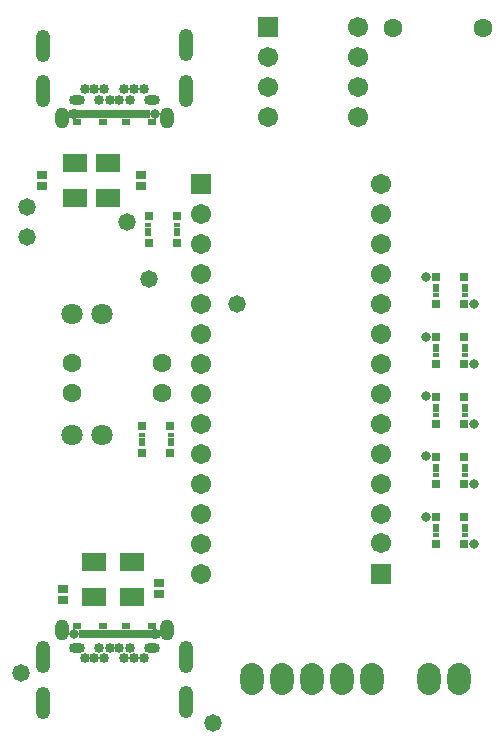
<source format=gts>
G04*
G04 #@! TF.GenerationSoftware,Altium Limited,Altium Designer,18.1.9 (240)*
G04*
G04 Layer_Color=8388736*
%FSLAX25Y25*%
%MOIN*%
G70*
G01*
G75*
%ADD16R,0.02769X0.01981*%
%ADD17R,0.02178X0.03162*%
%ADD18R,0.03320X0.03162*%
%ADD19R,0.02650X0.02769*%
%ADD20R,0.02165X0.01339*%
%ADD21R,0.07887X0.05918*%
%ADD22C,0.03359*%
%ADD23O,0.05328X0.03359*%
%ADD24O,0.04147X0.03359*%
%ADD25C,0.03162*%
%ADD26O,0.04737X0.07099*%
%ADD27O,0.04737X0.10879*%
%ADD28C,0.06700*%
%ADD29R,0.06700X0.06700*%
%ADD30C,0.06312*%
%ADD31R,0.06706X0.06706*%
%ADD32C,0.06706*%
%ADD33O,0.07690X0.10642*%
%ADD34C,0.07099*%
%ADD35C,0.05800*%
%ADD36C,0.03300*%
D16*
X387287Y378567D02*
D03*
X378626D02*
D03*
X403823D02*
D03*
X395161D02*
D03*
X395161Y210433D02*
D03*
X403823D02*
D03*
X378626D02*
D03*
X387287D02*
D03*
D17*
X402051Y381283D02*
D03*
X400083D02*
D03*
X398114D02*
D03*
X396146D02*
D03*
X394177D02*
D03*
X380398D02*
D03*
X382366D02*
D03*
X384335D02*
D03*
X386303D02*
D03*
X388272D02*
D03*
X390240D02*
D03*
X392209D02*
D03*
X380398Y207716D02*
D03*
X382366D02*
D03*
X384335D02*
D03*
X386303D02*
D03*
X388272D02*
D03*
X402051D02*
D03*
X400083D02*
D03*
X398114D02*
D03*
X396146D02*
D03*
X394177D02*
D03*
X392209D02*
D03*
X390240D02*
D03*
D18*
X367000Y360732D02*
D03*
Y357268D02*
D03*
X374000Y219268D02*
D03*
Y222732D02*
D03*
X400000Y357268D02*
D03*
Y360732D02*
D03*
X406000Y221268D02*
D03*
Y224732D02*
D03*
D19*
X498413Y326850D02*
D03*
Y317795D02*
D03*
X507823D02*
D03*
Y326850D02*
D03*
X498413Y306850D02*
D03*
Y297795D02*
D03*
X507823D02*
D03*
Y306850D02*
D03*
X498413Y286850D02*
D03*
Y277795D02*
D03*
X507823D02*
D03*
Y286850D02*
D03*
X498413Y266850D02*
D03*
Y257795D02*
D03*
X507823D02*
D03*
Y266850D02*
D03*
X498413Y246850D02*
D03*
Y237795D02*
D03*
X507823D02*
D03*
Y246850D02*
D03*
X409882Y268047D02*
D03*
Y277102D02*
D03*
X400472D02*
D03*
Y268047D02*
D03*
X412087Y338047D02*
D03*
Y347102D02*
D03*
X402677D02*
D03*
Y338047D02*
D03*
D20*
X498295Y323898D02*
D03*
Y322323D02*
D03*
Y320748D02*
D03*
X507941Y323898D02*
D03*
Y322323D02*
D03*
Y320748D02*
D03*
X498295Y303898D02*
D03*
Y302323D02*
D03*
Y300748D02*
D03*
X507941Y303898D02*
D03*
Y302323D02*
D03*
Y300748D02*
D03*
X498295Y283898D02*
D03*
Y282323D02*
D03*
Y280748D02*
D03*
X507941Y283898D02*
D03*
Y282323D02*
D03*
Y280748D02*
D03*
X498295Y263898D02*
D03*
Y262323D02*
D03*
Y260748D02*
D03*
X507941Y263898D02*
D03*
Y262323D02*
D03*
Y260748D02*
D03*
X498295Y243898D02*
D03*
Y242323D02*
D03*
Y240748D02*
D03*
X507941Y243898D02*
D03*
Y242323D02*
D03*
Y240748D02*
D03*
X410000Y271000D02*
D03*
Y272575D02*
D03*
Y274150D02*
D03*
X400354Y271000D02*
D03*
Y272575D02*
D03*
Y274150D02*
D03*
X412205Y341000D02*
D03*
Y342575D02*
D03*
Y344150D02*
D03*
X402559Y341000D02*
D03*
Y342575D02*
D03*
Y344150D02*
D03*
D21*
X384335Y220291D02*
D03*
Y231709D02*
D03*
X397130Y220291D02*
D03*
Y231709D02*
D03*
X378000Y364709D02*
D03*
Y353291D02*
D03*
X389000Y364709D02*
D03*
Y353291D02*
D03*
D22*
X384531Y389315D02*
D03*
X381382D02*
D03*
X387878D02*
D03*
X389650Y385772D02*
D03*
X386106D02*
D03*
X396342D02*
D03*
X392799D02*
D03*
X394571Y389315D02*
D03*
X401067D02*
D03*
X397917D02*
D03*
X397917Y199685D02*
D03*
X401067D02*
D03*
X394571D02*
D03*
X392799Y203228D02*
D03*
X396342D02*
D03*
X386106D02*
D03*
X389650D02*
D03*
X387878Y199685D02*
D03*
X381382D02*
D03*
X384531D02*
D03*
D23*
X403823Y385772D02*
D03*
X378626D02*
D03*
X378626Y203228D02*
D03*
X403823D02*
D03*
D24*
X377642Y381283D02*
D03*
X404807Y207716D02*
D03*
D25*
X404807Y381283D02*
D03*
X377642Y207716D02*
D03*
D26*
X373606Y379709D02*
D03*
X408843D02*
D03*
X408843Y209291D02*
D03*
X373606D02*
D03*
D27*
X415142Y388921D02*
D03*
X367307D02*
D03*
X415142Y404118D02*
D03*
X367307Y403724D02*
D03*
X367307Y200079D02*
D03*
X415142D02*
D03*
X367307Y184882D02*
D03*
X415142Y185276D02*
D03*
D28*
X472441Y410000D02*
D03*
Y400000D02*
D03*
Y390000D02*
D03*
Y380000D02*
D03*
X442441D02*
D03*
Y390000D02*
D03*
Y400000D02*
D03*
D29*
Y410000D02*
D03*
D30*
X484000Y409903D02*
D03*
X514000D02*
D03*
X407000Y298000D02*
D03*
X377000D02*
D03*
Y288000D02*
D03*
X407000D02*
D03*
D31*
X480000Y227795D02*
D03*
X420000Y357900D02*
D03*
D32*
X480000Y238000D02*
D03*
Y247795D02*
D03*
Y257795D02*
D03*
Y267795D02*
D03*
Y277795D02*
D03*
Y287795D02*
D03*
Y297795D02*
D03*
Y307795D02*
D03*
Y317795D02*
D03*
Y327795D02*
D03*
Y337795D02*
D03*
Y347795D02*
D03*
Y357795D02*
D03*
X420000Y347900D02*
D03*
Y337900D02*
D03*
Y327900D02*
D03*
Y317900D02*
D03*
Y307900D02*
D03*
Y297900D02*
D03*
Y287900D02*
D03*
Y277900D02*
D03*
Y267900D02*
D03*
Y257900D02*
D03*
Y247900D02*
D03*
Y237900D02*
D03*
Y227900D02*
D03*
D33*
X506000Y192700D02*
D03*
X496000D02*
D03*
X457200D02*
D03*
X467200D02*
D03*
X477200D02*
D03*
X447200D02*
D03*
X437200D02*
D03*
D34*
X387000Y314461D02*
D03*
X377000D02*
D03*
X377244Y274150D02*
D03*
X387244D02*
D03*
D35*
X432000Y317795D02*
D03*
X362000Y340000D02*
D03*
Y350000D02*
D03*
X360000Y194700D02*
D03*
X424000Y178000D02*
D03*
X395276Y345276D02*
D03*
X402819Y326000D02*
D03*
D36*
X495000Y246905D02*
D03*
Y267205D02*
D03*
Y326819D02*
D03*
Y306906D02*
D03*
Y287055D02*
D03*
X511000Y317795D02*
D03*
Y297795D02*
D03*
Y277795D02*
D03*
Y237795D02*
D03*
Y257795D02*
D03*
M02*

</source>
